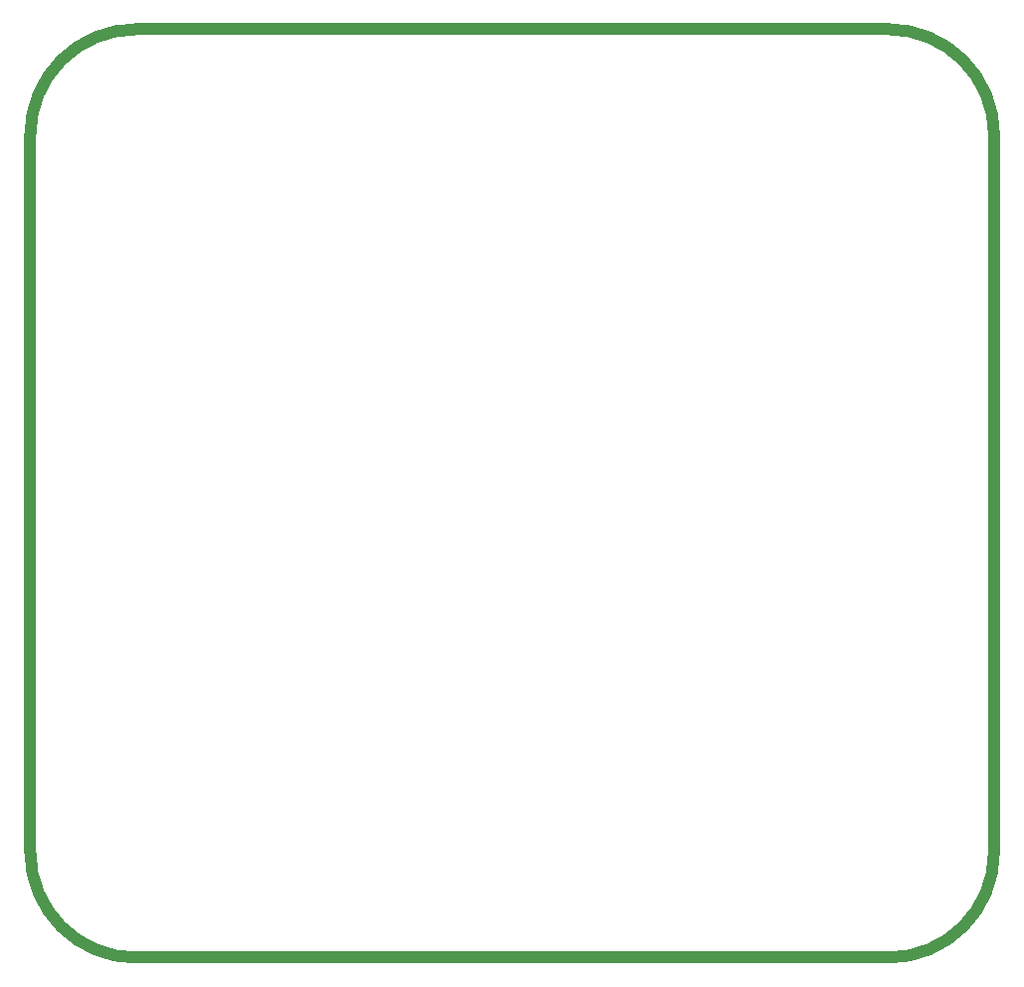
<source format=gbr>
G04 #@! TF.GenerationSoftware,KiCad,Pcbnew,(5.0.1)-4*
G04 #@! TF.CreationDate,2021-03-18T15:06:57+02:00*
G04 #@! TF.ProjectId,Motherboard,4D6F74686572626F6172642E6B696361,rev?*
G04 #@! TF.SameCoordinates,Original*
G04 #@! TF.FileFunction,Profile,NP*
%FSLAX46Y46*%
G04 Gerber Fmt 4.6, Leading zero omitted, Abs format (unit mm)*
G04 Created by KiCad (PCBNEW (5.0.1)-4) date 2021.03.18. 15:06:57*
%MOMM*%
%LPD*%
G01*
G04 APERTURE LIST*
%ADD10C,1.000000*%
G04 APERTURE END LIST*
D10*
X99000000Y-144000000D02*
G75*
G02X90000000Y-135000000I0J9000000D01*
G01*
X90000000Y-74000000D02*
G75*
G02X99000000Y-65000000I9000000J0D01*
G01*
X163000000Y-65000000D02*
G75*
G02X172000000Y-74000000I0J-9000000D01*
G01*
X172000000Y-135000000D02*
G75*
G02X163000000Y-144000000I-9000000J0D01*
G01*
X90000000Y-135000000D02*
X90000000Y-74000000D01*
X163000000Y-144000000D02*
X99000000Y-144000000D01*
X172000000Y-74000000D02*
X172000000Y-135000000D01*
X99000000Y-65000000D02*
X163000000Y-65000000D01*
M02*

</source>
